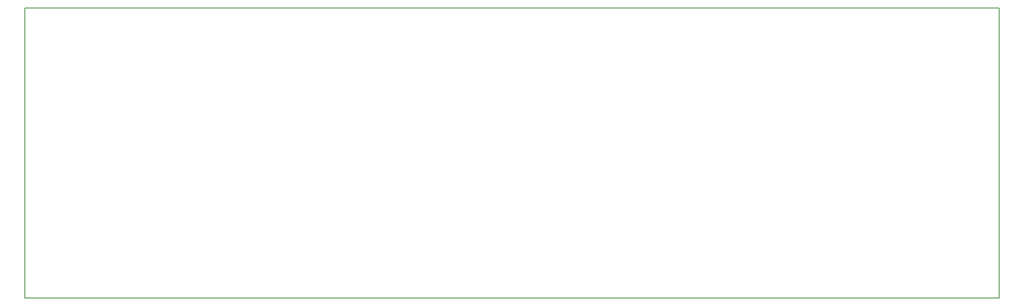
<source format=gm1>
G04 MADE WITH FRITZING*
G04 WWW.FRITZING.ORG*
G04 DOUBLE SIDED*
G04 HOLES PLATED*
G04 CONTOUR ON CENTER OF CONTOUR VECTOR*
%ASAXBY*%
%FSLAX23Y23*%
%MOIN*%
%OFA0B0*%
%SFA1.0B1.0*%
%ADD10R,7.716540X2.307090*%
%ADD11C,0.008000*%
%ADD10C,0.008*%
%LNCONTOUR*%
G90*
G70*
G54D10*
G54D11*
X4Y2303D02*
X7713Y2303D01*
X7713Y4D01*
X4Y4D01*
X4Y2303D01*
D02*
G04 End of contour*
M02*
</source>
